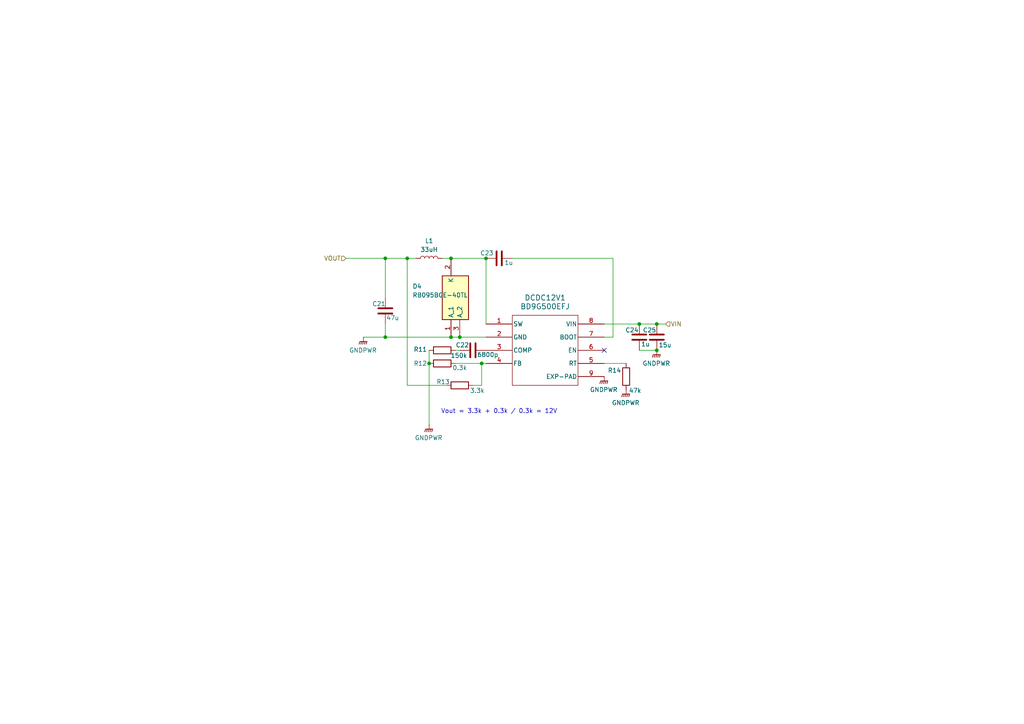
<source format=kicad_sch>
(kicad_sch (version 20250114) (generator "eeschema") (generator_version "9.0")
  (paper "A4")
  (lib_symbols
    (symbol "2025-08-07_11-28-52:BD9G500EFJ" (pin_names (offset 0.254))
      (property "Reference" "U" (at 0 23.114 0))
      (property "Value" "BD9G500EFJ" (at 0 25.654 0))
      (symbol "BD9G500EFJ_0_1"
        (pin unspecified line (at -16.51 17.78 0) (length 7.62) (name "SW") (number "1"))
        (pin unspecified line (at -16.51 13.97 0) (length 7.62) (name "GND") (number "2"))
        (pin unspecified line (at -16.51 10.16 0) (length 7.62) (name "COMP") (number "3"))
        (pin unspecified line (at -16.51 6.35 0) (length 7.62) (name "FB") (number "4"))
        (pin unspecified line (at 17.78 17.78 180) (length 7.62) (name "VIN") (number "8"))
        (pin unspecified line (at 17.78 13.97 180) (length 7.62) (name "BOOT") (number "7"))
        (pin unspecified line (at 17.78 10.16 180) (length 7.62) (name "EN") (number "6"))
        (pin unspecified line (at 17.78 6.35 180) (length 7.62) (name "RT") (number "5"))
        (pin unspecified line (at 17.78 2.54 180) (length 7.62) (name "EXP-PAD") (number "9"))
      )
      (symbol "BD9G500EFJ_1_1"
        (rectangle (start -8.89 20.32) (end 10.16 0))
      )
    )
    (symbol "Device:C" (pin_numbers (hide yes)) (pin_names (offset 0.254))
      (property "Reference" "C" (at 0.635 2.54 0))
      (property "Value" "C" (at 0.635 -2.54 0))
      (symbol "C_0_1"
        (polyline (pts (xy -2.032 0.762) (xy 2.032 0.762)) (stroke (width 0.508)))
        (polyline (pts (xy -2.032 -0.762) (xy 2.032 -0.762)) (stroke (width 0.508)))
      )
      (symbol "C_1_1"
        (pin passive line (at 0 3.81 270) (length 2.794) (name "~") (number "1"))
        (pin passive line (at 0 -3.81 90) (length 2.794) (name "~") (number "2"))
      )
    )
    (symbol "Device:L" (pin_numbers (hide yes)) (pin_names (offset 1.016) (hide yes))
      (property "Reference" "L" (at -1.27 0 90))
      (property "Value" "L" (at 1.905 0 90))
      (symbol "L_0_1"
        (arc (start 0 2.54) (mid 0.6323 1.905) (end 0 1.27))
        (arc (start 0 1.27) (mid 0.6323 0.635) (end 0 0))
        (arc (start 0 0) (mid 0.6323 -0.635) (end 0 -1.27))
        (arc (start 0 -1.27) (mid 0.6323 -1.905) (end 0 -2.54))
      )
      (symbol "L_1_1"
        (pin passive line (at 0 3.81 270) (length 1.27) (name "1") (number "1"))
        (pin passive line (at 0 -3.81 90) (length 1.27) (name "2") (number "2"))
      )
    )
    (symbol "Device:R" (pin_numbers (hide yes)) (pin_names (offset 0))
      (property "Reference" "R" (at 2.032 0 90))
      (property "Value" "R" (at 0 0 90))
      (symbol "R_0_1"
        (rectangle (start -1.016 -2.54) (end 1.016 2.54) (stroke (width 0.254)))
      )
      (symbol "R_1_1"
        (pin passive line (at 0 3.81 270) (length 1.27) (name "~") (number "1"))
        (pin passive line (at 0 -3.81 90) (length 1.27) (name "~") (number "2"))
      )
    )
    (symbol "RB095BGE-40TL:RB095BGE-40TL"
      (property "Reference" "D" (at 19.05 7.62 0))
      (property "Value" "RB095BGE-40TL" (at 19.05 5.08 0))
      (symbol "RB095BGE-40TL_1_1"
        (rectangle (start 5.08 2.54) (end 17.78 -5.08) (stroke (width 0.254)) (fill (type background)))
        (pin passive line (at 0 0 0) (length 5.08) (name "A_1") (number "1"))
        (pin passive line (at 0 -2.54 0) (length 5.08) (name "A_2") (number "3"))
        (pin passive line (at 22.86 0 180) (length 5.08) (name "K") (number "2"))
      )
    )
    (symbol "power:GNDPWR" (power) (pin_numbers (hide yes)) (pin_names (offset 0) (hide yes))
      (property "Value" "GNDPWR" (at 0 -3.302 0))
      (symbol "GNDPWR_0_1"
        (polyline (pts (xy -1.016 -1.27) (xy -1.27 -2.032) (xy -1.27 -2.032)) (stroke (width 0.2032)))
        (polyline (pts (xy -0.508 -1.27) (xy -0.762 -2.032) (xy -0.762 -2.032)) (stroke (width 0.2032)))
        (polyline (pts (xy 0 -1.27) (xy 0 0)))
        (polyline (pts (xy 0 -1.27) (xy -0.254 -2.032) (xy -0.254 -2.032)) (stroke (width 0.2032)))
        (polyline (pts (xy 0.508 -1.27) (xy 0.254 -2.032) (xy 0.254 -2.032)) (stroke (width 0.2032)))
        (polyline (pts (xy 1.016 -1.27) (xy -1.016 -1.27) (xy -1.016 -1.27)) (stroke (width 0.2032)))
        (polyline (pts (xy 1.016 -1.27) (xy 0.762 -2.032) (xy 0.762 -2.032) (xy 0.762 -2.032)) (stroke (width 0.2032)))
      )
      (symbol "GNDPWR_1_1"
        (pin power_in line (at 0 0 270) (length 0) (name "~") (number "1"))
      )
    )
  )
  (text "Vout = 3.3k + 0.3k / 0.3k = 12V" (at 144.78 119.38 0) (effects (font (size 1.27 1.27))))
  (junction (at 185.42 93.98))
  (junction (at 124.46 105.41))
  (junction (at 118.11 74.93))
  (junction (at 190.5 101.6))
  (junction (at 139.7 105.41))
  (junction (at 130.81 74.93))
  (junction (at 140.97 74.93))
  (junction (at 111.76 74.93))
  (junction (at 133.35 97.79))
  (junction (at 130.81 97.79))
  (junction (at 111.76 97.79))
  (junction (at 190.5 93.98))
  (no_connect (at 175.26 101.6))
  (wire (pts (xy 137.16 111.76) (xy 139.7 111.76)))
  (wire (pts (xy 139.7 105.41) (xy 140.97 105.41)))
  (wire (pts (xy 111.76 97.79) (xy 130.81 97.79)))
  (wire (pts (xy 140.97 93.98) (xy 140.97 74.93)))
  (wire (pts (xy 139.7 105.41) (xy 132.08 105.41)))
  (wire (pts (xy 111.76 74.93) (xy 118.11 74.93)))
  (wire (pts (xy 190.5 93.98) (xy 193.04 93.98)))
  (wire (pts (xy 128.27 74.93) (xy 130.81 74.93)))
  (wire (pts (xy 118.11 74.93) (xy 120.65 74.93)))
  (wire (pts (xy 185.42 93.98) (xy 190.5 93.98)))
  (wire (pts (xy 111.76 86.36) (xy 111.76 74.93)))
  (wire (pts (xy 130.81 97.79) (xy 133.35 97.79)))
  (wire (pts (xy 111.76 93.98) (xy 111.76 97.79)))
  (wire (pts (xy 124.46 101.6) (xy 124.46 105.41)))
  (wire (pts (xy 132.08 101.6) (xy 133.35 101.6)))
  (wire (pts (xy 124.46 105.41) (xy 124.46 123.19)))
  (wire (pts (xy 148.59 74.93) (xy 177.8 74.93)))
  (wire (pts (xy 175.26 105.41) (xy 181.61 105.41)))
  (wire (pts (xy 185.42 101.6) (xy 190.5 101.6)))
  (wire (pts (xy 177.8 97.79) (xy 177.8 74.93)))
  (wire (pts (xy 118.11 111.76) (xy 129.54 111.76)))
  (wire (pts (xy 175.26 93.98) (xy 185.42 93.98)))
  (wire (pts (xy 118.11 74.93) (xy 118.11 111.76)))
  (wire (pts (xy 175.26 97.79) (xy 177.8 97.79)))
  (wire (pts (xy 139.7 105.41) (xy 139.7 111.76)))
  (wire (pts (xy 133.35 97.79) (xy 140.97 97.79)))
  (wire (pts (xy 130.81 74.93) (xy 140.97 74.93)))
  (wire (pts (xy 100.33 74.93) (xy 111.76 74.93)))
  (wire (pts (xy 105.41 97.79) (xy 111.76 97.79)))
  (hierarchical_label "VIN" (shape input) (at 193.04 93.98 0))
  (hierarchical_label "VOUT" (shape input) (at 100.33 74.93 180))
  (symbol (lib_id "RB095BGE-40TL:RB095BGE-40TL") (at 130.81 97.79 90) (unit 1)
    (property "Reference" "D4" (at 119.634 83.058 90) (effects (justify right)))
    (property "Value" "RB095BGE-40TL" (at 119.634 85.598 90) (effects (justify right)))
    (property "Footprint" "RB095BGE:RD3P175SNFRATL" (effects (hide yes)))
    (property "Datasheet" "https://fscdn.rohm.com/en/products/databook/datasheet/discrete/diode/schottky_barrier/rb095bge-40tl-e.pdf" (effects (hide yes)))
    (property "Description" "40V, 6A, TO-252 (DPAK), Schottky Barrier Diode" (effects (hide yes)))
    (property "Manufacturer_Name" "ROHM Semiconductor" (effects (hide yes)))
    (property "Manufacturer_Part_Number" "RB095BGE-40TL" (effects (hide yes)))
    (property "Mouser Part Number" "755-RB095BGE-40TL" (effects (hide yes)))
    (property "Mouser Price/Stock" "https://www.mouser.co.uk/ProductDetail/ROHM-Semiconductor/RB095BGE-40TL?qs=rrS6PyfT74cqNVRHPjAxlA%3D%3D" (effects (hide yes)))
  )
  (symbol (lib_id "Device:C") (at 185.42 97.79 0) (unit 1)
    (property "Reference" "C24" (at 181.356 95.758 0) (effects (justify left)))
    (property "Value" "1u" (at 185.928 99.822 0) (effects (justify left)))
    (property "Footprint" "Capacitor_SMD:C_0603_1608Metric" (effects (hide yes)))
    (property "Description" "Unpolarized capacitor" (effects (hide yes)))
  )
  (symbol (lib_id "Device:C") (at 144.78 74.93 90) (unit 1)
    (property "Reference" "C23" (at 141.224 73.406 90))
    (property "Value" "1u" (at 147.574 76.2 90))
    (property "Footprint" "Capacitor_SMD:C_0603_1608Metric" (effects (hide yes)))
    (property "Description" "Unpolarized capacitor" (effects (hide yes)))
  )
  (symbol (lib_id "Device:R") (at 133.35 111.76 90) (unit 1)
    (property "Reference" "R13" (at 128.524 110.744 90))
    (property "Value" "3.3k" (at 138.43 113.284 90))
    (property "Footprint" "Resistor_SMD:R_0603_1608Metric" (effects (hide yes)))
    (property "Description" "Resistor" (effects (hide yes)))
  )
  (symbol (lib_id "Device:L") (at 124.46 74.93 90) (unit 1)
    (property "Reference" "L1" (at 124.46 69.85 90))
    (property "Value" "33uH" (at 124.46 72.39 90))
    (property "Footprint" "L33uH2:IND_CSEB0660H-330M" (effects (hide yes)))
    (property "Description" "Inductor" (effects (hide yes)))
  )
  (symbol (lib_id "power:GNDPWR") (at 181.61 113.03 0) (unit 1)
    (property "Reference" "#PWR043" (effects (hide yes)))
    (property "Value" "GNDPWR" (at 181.483 116.84 0))
    (property "Description" "Power symbol creates a global label with name \"GNDPWR\" , global ground" (effects (hide yes)))
  )
  (symbol (lib_id "Device:C") (at 137.16 101.6 90) (unit 1)
    (property "Reference" "C22" (at 134.112 100.076 90))
    (property "Value" "6800p" (at 141.478 102.87 90))
    (property "Footprint" "Capacitor_SMD:C_0603_1608Metric" (effects (hide yes)))
    (property "Description" "Unpolarized capacitor" (effects (hide yes)))
  )
  (symbol (lib_id "power:GNDPWR") (at 175.26 109.22 0) (unit 1)
    (property "Reference" "#PWR078" (effects (hide yes)))
    (property "Value" "GNDPWR" (at 175.133 113.03 0))
    (property "Description" "Power symbol creates a global label with name \"GNDPWR\" , global ground" (effects (hide yes)))
  )
  (symbol (lib_id "Device:R") (at 128.27 101.6 90) (unit 1)
    (property "Reference" "R11" (at 121.92 101.346 90))
    (property "Value" "150k" (at 133.096 103.124 90))
    (property "Footprint" "Resistor_SMD:R_0603_1608Metric" (effects (hide yes)))
    (property "Description" "Resistor" (effects (hide yes)))
  )
  (symbol (lib_id "power:GNDPWR") (at 190.5 101.6 0) (unit 1)
    (property "Reference" "#PWR042" (effects (hide yes)))
    (property "Value" "GNDPWR" (at 190.373 105.41 0))
    (property "Description" "Power symbol creates a global label with name \"GNDPWR\" , global ground" (effects (hide yes)))
  )
  (symbol (lib_id "power:GNDPWR") (at 124.46 123.19 0) (unit 1)
    (property "Reference" "#PWR044" (effects (hide yes)))
    (property "Value" "GNDPWR" (at 124.333 127 0))
    (property "Description" "Power symbol creates a global label with name \"GNDPWR\" , global ground" (effects (hide yes)))
  )
  (symbol (lib_id "Device:R") (at 181.61 109.22 0) (unit 1)
    (property "Reference" "R14" (at 176.276 107.442 0) (effects (justify left)))
    (property "Value" "47k" (at 182.372 113.284 0) (effects (justify left)))
    (property "Footprint" "Resistor_SMD:R_0603_1608Metric" (effects (hide yes)))
    (property "Description" "Resistor" (effects (hide yes)))
  )
  (symbol (lib_id "power:GNDPWR") (at 105.41 97.79 0) (unit 1)
    (property "Reference" "#PWR045" (effects (hide yes)))
    (property "Value" "GNDPWR" (at 105.283 101.6 0))
    (property "Description" "Power symbol creates a global label with name \"GNDPWR\" , global ground" (effects (hide yes)))
  )
  (symbol (lib_id "Device:C") (at 111.76 90.17 180) (unit 1)
    (property "Reference" "C21" (at 107.95 88.138 0) (effects (justify right)))
    (property "Value" "47u" (at 112.014 92.202 0) (effects (justify right)))
    (property "Footprint" "Capacitor_SMD:C_1206_3216Metric" (effects (hide yes)))
    (property "Description" "Unpolarized capacitor" (effects (hide yes)))
  )
  (symbol (lib_id "2025-08-07_11-28-52:BD9G500EFJ") (at 157.48 111.76 0) (unit 1)
    (property "Reference" "DCDC12V1" (at 158.115 86.36 0) (effects (font (size 1.524 1.524))))
    (property "Value" "BD9G500EFJ" (at 158.115 88.9 0) (effects (font (size 1.524 1.524))))
    (property "Footprint" "BD9G500EFJ:HTSOP-J8" (effects (hide yes)))
    (property "Datasheet" "Unknown" (effects (hide yes)))
  )
  (symbol (lib_id "Device:C") (at 190.5 97.79 0) (unit 1)
    (property "Reference" "C25" (at 186.436 95.758 0) (effects (justify left)))
    (property "Value" "15u" (at 191.008 100.076 0) (effects (justify left)))
    (property "Footprint" "Capacitor_SMD:C_2220_5750Metric" (effects (hide yes)))
    (property "Description" "Unpolarized capacitor" (effects (hide yes)))
  )
  (symbol (lib_id "Device:R") (at 128.27 105.41 90) (unit 1)
    (property "Reference" "R12" (at 121.92 105.41 90))
    (property "Value" "0.3k" (at 133.35 106.68 90))
    (property "Footprint" "Resistor_SMD:R_0603_1608Metric" (effects (hide yes)))
    (property "Description" "Resistor" (effects (hide yes)))
  )
)
</source>
